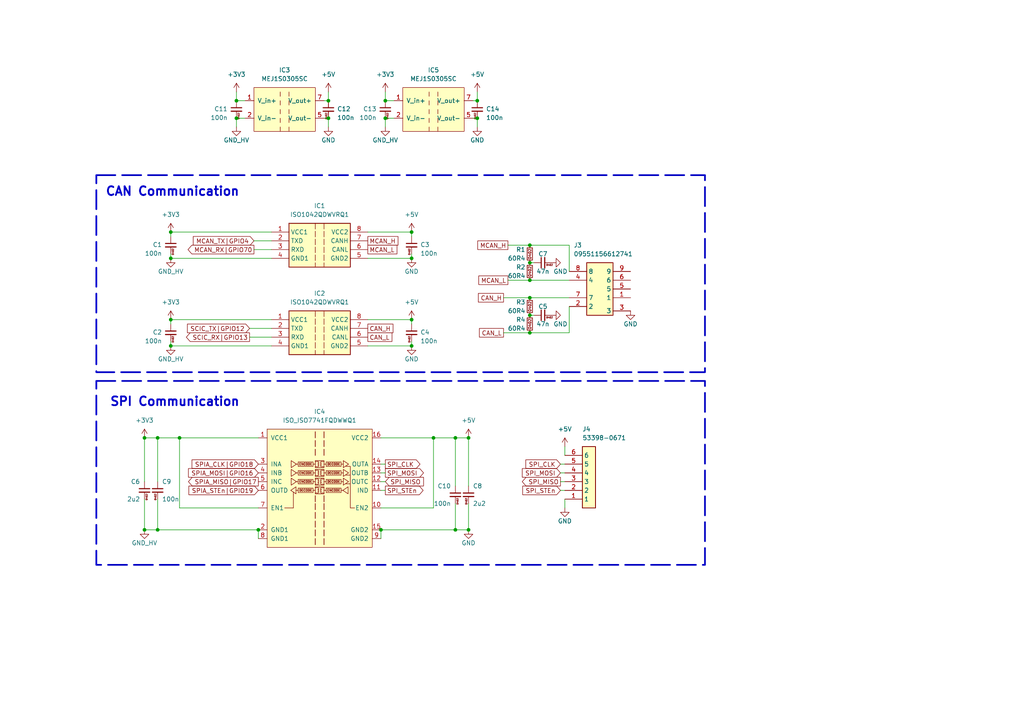
<source format=kicad_sch>
(kicad_sch (version 20230121) (generator eeschema)
  (paper "A4")
  (title_block (date "2024-04-30"))
  (lib_symbols
    (symbol "LEA_SymbolLibrary:+3V3" (power) (pin_numbers hide) (pin_names (offset 0))
      (property "Value" "+3V3" (at 0 3.81 0))
      (symbol "+3V3_1_1"
        (polyline (pts (xy -0.762 1.27) (xy 0 2.54)))
        (polyline (pts (xy 0 0) (xy 0 2.54)))
        (polyline (pts (xy 0 2.54) (xy 0.762 1.27)))
        (pin power_in line (at 0 0 90) (length 0) hide (name "+3V3") (number "1"))
      )
    )
    (symbol "LEA_SymbolLibrary:+5V" (power) (pin_numbers hide) (pin_names (offset 0))
      (property "Value" "+5V" (at 0 5.08 0))
      (symbol "+5V_1_1"
        (polyline (pts (xy -0.762 1.27) (xy 0 2.54)))
        (polyline (pts (xy 0 0) (xy 0 2.54)))
        (polyline (pts (xy 0 2.54) (xy 0.762 1.27)))
        (pin power_in line (at 0 0 90) (length 0) hide (name "+5V") (number "1"))
      )
    )
    (symbol "LEA_SymbolLibrary:C_0402_100n_X7R_10P__50V" (pin_numbers hide) (pin_names (offset 0.254) hide)
      (property "Reference" "C" (at 0.762 0.508 0))
      (property "Value" "100n" (at 0.762 -1.016 0))
      (symbol "C_0402_100n_X7R_10P__50V_0_0"
        (text "0402" (at -0.635 -1.905 900) (effects (font (size 0.5 0.5))))
      )
      (symbol "C_0402_100n_X7R_10P__50V_0_1"
        (polyline (pts (xy -1.524 -0.508) (xy 1.524 -0.508)) (stroke (width 0.3302)))
        (polyline (pts (xy -1.524 0.508) (xy 1.524 0.508)) (stroke (width 0.3048)))
      )
      (symbol "C_0402_100n_X7R_10P__50V_1_1"
        (pin passive line (at 0 2.54 270) (length 2.032) (name "1") (number "1"))
        (pin passive line (at 0 -2.54 90) (length 2.032) (name "2") (number "2"))
      )
    )
    (symbol "LEA_SymbolLibrary:C_0402_47n_X5R_10P_50V" (pin_numbers hide) (pin_names (offset 0.254) hide)
      (property "Reference" "C" (at 0.254 1.778 0))
      (property "Value" "47n" (at 0.254 -2.032 0))
      (symbol "C_0402_47n_X5R_10P_50V_0_0"
        (text "0402" (at -0.635 -1.905 900) (effects (font (size 0.5 0.5))))
      )
      (symbol "C_0402_47n_X5R_10P_50V_0_1"
        (polyline (pts (xy -1.524 -0.508) (xy 1.524 -0.508)) (stroke (width 0.3302)))
        (polyline (pts (xy -1.524 0.508) (xy 1.524 0.508)) (stroke (width 0.3048)))
      )
      (symbol "C_0402_47n_X5R_10P_50V_1_1"
        (pin passive line (at 0 2.54 270) (length 2.032) (name "1") (number "1"))
        (pin passive line (at 0 -2.54 90) (length 2.032) (name "2") (number "2"))
      )
    )
    (symbol "LEA_SymbolLibrary:C_0402__2u2_X5R_10P__35V" (pin_numbers hide) (pin_names (offset 0.254) hide)
      (property "Reference" "C" (at 0.762 0.508 0))
      (property "Value" "2u2" (at 0.762 -1.016 0))
      (symbol "C_0402__2u2_X5R_10P__35V_0_0"
        (text "0402" (at -0.635 -1.905 900) (effects (font (size 0.5 0.5))))
      )
      (symbol "C_0402__2u2_X5R_10P__35V_0_1"
        (polyline (pts (xy -1.524 -0.508) (xy 1.524 -0.508)) (stroke (width 0.3302)))
        (polyline (pts (xy -1.524 0.508) (xy 1.524 0.508)) (stroke (width 0.3048)))
      )
      (symbol "C_0402__2u2_X5R_10P__35V_1_1"
        (pin passive line (at 0 2.54 270) (length 2.032) (name "1") (number "1"))
        (pin passive line (at 0 -2.54 90) (length 2.032) (name "2") (number "2"))
      )
    )
    (symbol "LEA_SymbolLibrary:Conn_Molex_533980671"
      (property "Reference" "J" (at -6.35 13.97 0))
      (property "Value" "53398-0671" (at -6.35 11.43 0))
      (symbol "Conn_Molex_533980671_1_1"
        (rectangle (start -2.54 8.89) (end 1.27 -8.89) (stroke (width 0.254)) (fill (type background)))
        (pin passive line (at -7.62 -6.35 0) (length 5.08) (name "1") (number "1"))
        (pin passive line (at -7.62 -3.81 0) (length 5.08) (name "2") (number "2"))
        (pin passive line (at -7.62 -1.27 0) (length 5.08) (name "3") (number "3"))
        (pin passive line (at -7.62 1.27 0) (length 5.08) (name "4") (number "4"))
        (pin passive line (at -7.62 3.81 0) (length 5.08) (name "5") (number "5"))
        (pin passive line (at -7.62 6.35 0) (length 5.08) (name "6") (number "6"))
      )
    )
    (symbol "LEA_SymbolLibrary:Conn_sub-D_09551156612741"
      (property "Reference" "J" (at -7.62 12.7 0))
      (property "Value" "09551156612741" (at -7.62 10.16 0))
      (symbol "Conn_sub-D_09551156612741_1_1"
        (rectangle (start -3.81 7.62) (end 3.81 -7.62) (stroke (width 0.254)) (fill (type background)))
        (pin passive line (at 8.89 -2.54 180) (length 5.08) (name "1") (number "1"))
        (pin passive line (at -8.89 -5.08 0) (length 5.08) (name "2") (number "2"))
        (pin passive line (at 8.89 -6.35 180) (length 5.08) (name "3") (number "3"))
        (pin passive line (at -8.89 2.54 0) (length 5.08) (name "4") (number "4"))
        (pin passive line (at 8.89 0 180) (length 5.08) (name "5") (number "5"))
        (pin passive line (at 8.89 2.54 180) (length 5.08) (name "6") (number "6"))
        (pin passive line (at -8.89 -2.54 0) (length 5.08) (name "7") (number "7"))
        (pin passive line (at -8.89 5.08 0) (length 5.08) (name "8") (number "8"))
        (pin passive line (at 8.89 5.08 180) (length 5.08) (name "9") (number "9"))
      )
    )
    (symbol "LEA_SymbolLibrary:DCDC_3V3_5V0_MEJ1S0305SC" (pin_names (offset 1.016))
      (property "Reference" "IC" (at -7.62 8.89 0))
      (property "Value" "DCDC_3V3_5V0_MEJ1S0305SC" (at -2.54 -6.35 0))
      (symbol "DCDC_3V3_5V0_MEJ1S0305SC_1_1"
        (rectangle (start -8.89 7.62) (end 8.89 -5.08) (fill (type background)))
        (rectangle (start -1.27 -3.81) (end -1.27 -5.08))
        (rectangle (start -1.27 -1.27) (end -1.27 -2.54))
        (rectangle (start -1.27 1.27) (end -1.27 0))
        (rectangle (start -1.27 3.81) (end -1.27 2.54))
        (rectangle (start -1.27 6.35) (end -1.27 5.08))
        (rectangle (start 1.27 -3.81) (end 1.27 -5.08))
        (rectangle (start 1.27 -1.27) (end 1.27 -2.54))
        (rectangle (start 1.27 1.27) (end 1.27 0))
        (rectangle (start 1.27 3.81) (end 1.27 2.54))
        (rectangle (start 1.27 6.35) (end 1.27 5.08))
        (pin power_in line (at -11.43 3.81 0) (length 2.54) (name "V_in+") (number "1"))
        (pin power_in line (at -11.43 -1.27 0) (length 2.54) (name "V_in-") (number "2"))
        (pin power_out line (at 11.43 -1.27 180) (length 2.54) (name "V_out-") (number "5"))
        (pin power_out line (at 11.43 3.81 180) (length 2.54) (name "V_out+") (number "7"))
      )
    )
    (symbol "LEA_SymbolLibrary:GND" (power) (pin_numbers hide) (pin_names (offset 0))
      (property "Value" "GND" (at 0 -5.08 0))
      (symbol "GND_1_1"
        (polyline (pts (xy 0 0) (xy 0 -1.27) (xy 1.27 -1.27) (xy 0 -2.54) (xy -1.27 -1.27) (xy 0 -1.27)))
        (pin power_in line (at 0 0 90) (length 0) hide (name "GND") (number "1"))
      )
    )
    (symbol "LEA_SymbolLibrary:GND_HV" (power) (pin_numbers hide) (pin_names (offset 0))
      (property "Value" "GND_HV" (at 0 -3.81 0))
      (symbol "GND_HV_1_1"
        (polyline (pts (xy 0 0) (xy 0 -1.27) (xy 1.27 -1.27) (xy 0 -2.54) (xy -1.27 -1.27) (xy 0 -1.27)))
        (pin power_in line (at 0 0 90) (length 0) hide (name "GND_HV") (number "1"))
      )
    )
    (symbol "LEA_SymbolLibrary:ISO_ISO1042QDWVRQ1"
      (property "Reference" "IC" (at -8.89 11.43 0))
      (property "Value" "ISO1042QDWVRQ1" (at -8.89 8.89 0))
      (symbol "ISO_ISO1042QDWVRQ1_1_1"
        (rectangle (start -8.89 6.35) (end 8.89 -6.35) (stroke (width 0.254)) (fill (type background)))
        (polyline (pts (xy -1.27 6.35) (xy -1.27 -6.35)) (stroke (width 0) (type dash)))
        (polyline (pts (xy 1.27 6.35) (xy 1.27 -6.35)) (stroke (width 0) (type dash)))
        (pin passive line (at -13.97 3.81 0) (length 5.08) (name "VCC1") (number "1"))
        (pin passive line (at -13.97 1.27 0) (length 5.08) (name "TXD") (number "2"))
        (pin passive line (at -13.97 -1.27 0) (length 5.08) (name "RXD") (number "3"))
        (pin passive line (at -13.97 -3.81 0) (length 5.08) (name "GND1") (number "4"))
        (pin passive line (at 13.97 -3.81 180) (length 5.08) (name "GND2") (number "5"))
        (pin passive line (at 13.97 -1.27 180) (length 5.08) (name "CANL") (number "6"))
        (pin passive line (at 13.97 1.27 180) (length 5.08) (name "CANH") (number "7"))
        (pin passive line (at 13.97 3.81 180) (length 5.08) (name "VCC2") (number "8"))
      )
    )
    (symbol "LEA_SymbolLibrary:ISO_ISO7741FQDWWQ1" (pin_names (offset 1.016))
      (property "Reference" "IC" (at -14.224 15.24 0))
      (property "Value" "ISO_ISO7741FQDWWQ1" (at -6.858 -21.844 0))
      (symbol "ISO_ISO7741FQDWWQ1_0_1"
        (rectangle (start -15.24 13.97) (end 15.24 -20.32) (fill (type background)))
        (rectangle (start -10.16 -8.89) (end -7.62 -8.89))
        (rectangle (start -7.62 -8.89) (end -7.62 -5.08))
        (rectangle (start -7.62 -5.08) (end -7.62 -4.318))
        (polyline (pts (xy 10.16 -8.89) (xy 8.89 -8.89) (xy 8.89 -1.905) (xy 7.62 -1.905) (xy 8.89 -1.905) (xy 8.89 0.635) (xy 7.62 0.635) (xy 8.89 0.635) (xy 8.89 3.175) (xy 7.62 3.175)))
      )
      (symbol "ISO_ISO7741FQDWWQ1_1_1"
        (rectangle (start -1.905 -3.1496) (end -6.223 -4.4196))
        (rectangle (start -1.905 -0.635) (end -6.223 -1.905))
        (rectangle (start -1.905 1.905) (end -6.223 0.635))
        (rectangle (start -1.905 4.445) (end -6.223 3.175))
        (rectangle (start -1.27 -0.254) (end 1.27 -2.286))
        (rectangle (start -1.27 2.286) (end 1.27 0.254))
        (rectangle (start -1.27 4.826) (end 1.27 2.794))
        (arc (start -0.508 -4.5466) (mid -0.2551 -4.2926) (end -0.508 -4.0386))
        (arc (start -0.508 -4.0386) (mid -0.2551 -3.7846) (end -0.508 -3.5306))
        (arc (start -0.508 -3.5306) (mid -0.2551 -3.2766) (end -0.508 -3.0226))
        (arc (start -0.508 -2.032) (mid -0.2551 -1.778) (end -0.508 -1.524))
        (arc (start -0.508 -1.524) (mid -0.2551 -1.27) (end -0.508 -1.016))
        (arc (start -0.508 -1.016) (mid -0.2551 -0.762) (end -0.508 -0.508))
        (arc (start -0.508 0.508) (mid -0.2551 0.762) (end -0.508 1.016))
        (arc (start -0.508 1.016) (mid -0.2551 1.27) (end -0.508 1.524))
        (arc (start -0.508 1.524) (mid -0.2551 1.778) (end -0.508 2.032))
        (arc (start -0.508 3.048) (mid -0.2551 3.302) (end -0.508 3.556))
        (arc (start -0.508 3.556) (mid -0.2551 3.81) (end -0.508 4.064))
        (arc (start -0.508 4.064) (mid -0.2551 4.318) (end -0.508 4.572))
        (polyline (pts (xy -6.223 -3.7846) (xy -6.858 -3.7846)))
        (polyline (pts (xy -6.223 -1.27) (xy -6.858 -1.27)))
        (polyline (pts (xy -6.223 1.27) (xy -6.858 1.27)))
        (polyline (pts (xy -6.223 3.81) (xy -6.858 3.81)))
        (polyline (pts (xy -1.905 -3.7846) (xy -1.27 -3.7846)))
        (polyline (pts (xy -1.905 -1.27) (xy -1.27 -1.27)))
        (polyline (pts (xy -1.905 1.27) (xy -1.27 1.27)))
        (polyline (pts (xy -1.905 3.81) (xy -1.27 3.81)))
        (polyline (pts (xy -1.27 -4.5466) (xy -0.508 -4.5466)))
        (polyline (pts (xy -1.27 -3.0226) (xy -0.508 -3.0226)))
        (polyline (pts (xy -1.27 -2.032) (xy -0.508 -2.032)))
        (polyline (pts (xy -1.27 -0.508) (xy -0.508 -0.508)))
        (polyline (pts (xy -1.27 0.508) (xy -0.508 0.508)))
        (polyline (pts (xy -1.27 2.032) (xy -0.508 2.032)))
        (polyline (pts (xy -1.27 3.048) (xy -0.508 3.048)))
        (polyline (pts (xy -1.27 4.572) (xy -0.508 4.572)))
        (polyline (pts (xy 0 -22.098) (xy 0 -22.098)) (stroke (width 0.4064)))
        (polyline (pts (xy 0 -18.288) (xy 0 -18.288)) (stroke (width 0.1016)))
        (polyline (pts (xy 0 -17.018) (xy 0 -17.018)) (stroke (width 0.4064)))
        (polyline (pts (xy 0 -13.208) (xy 0 -13.208)) (stroke (width 0.1016)))
        (polyline (pts (xy 0 -11.938) (xy 0 -11.938)) (stroke (width 0.4064)))
        (polyline (pts (xy 0 -8.128) (xy 0 -8.128)) (stroke (width 0.1016)))
        (polyline (pts (xy 0 -7.112) (xy 0 -7.112)) (stroke (width 0.4064)))
        (polyline (pts (xy 0 -3.302) (xy 0 -3.302)) (stroke (width 0.1016)))
        (polyline (pts (xy 0 3.81) (xy 0 3.81)) (stroke (width 0.4064)))
        (polyline (pts (xy 0 7.62) (xy 0 7.62)) (stroke (width 0.1016)))
        (polyline (pts (xy 0 8.89) (xy 0 8.89)) (stroke (width 0.4064)))
        (polyline (pts (xy 0 12.7) (xy 0 12.7)) (stroke (width 0.1016)))
        (polyline (pts (xy 1.27 -4.5466) (xy 0.508 -4.5466)))
        (polyline (pts (xy 1.27 -3.0226) (xy 0.508 -3.0226)))
        (polyline (pts (xy 1.27 -2.032) (xy 0.508 -2.032)))
        (polyline (pts (xy 1.27 -0.508) (xy 0.508 -0.508)))
        (polyline (pts (xy 1.27 0.508) (xy 0.508 0.508)))
        (polyline (pts (xy 1.27 2.032) (xy 0.508 2.032)))
        (polyline (pts (xy 1.27 3.048) (xy 0.508 3.048)))
        (polyline (pts (xy 1.27 4.572) (xy 0.508 4.572)))
        (polyline (pts (xy 1.905 -3.7846) (xy 1.27 -3.7846)))
        (polyline (pts (xy 1.905 -1.27) (xy 1.27 -1.27)))
        (polyline (pts (xy 1.905 1.27) (xy 1.27 1.27)))
        (polyline (pts (xy 1.905 3.81) (xy 1.27 3.81)))
        (polyline (pts (xy 6.223 -3.7846) (xy 6.858 -3.7846)))
        (polyline (pts (xy 6.223 -1.27) (xy 6.858 -1.27)))
        (polyline (pts (xy 6.223 1.27) (xy 6.858 1.27)))
        (polyline (pts (xy 6.223 3.81) (xy 6.858 3.81)))
        (polyline (pts (xy -1.27 -17.78) (xy -1.27 -19.304) (xy -1.27 -19.558)) (stroke (width 0.2032)))
        (polyline (pts (xy -1.27 -15.24) (xy -1.27 -16.764) (xy -1.27 -17.018)) (stroke (width 0.2032)))
        (polyline (pts (xy -1.27 -12.7) (xy -1.27 -14.224) (xy -1.27 -14.478)) (stroke (width 0.2032)))
        (polyline (pts (xy -1.27 -10.16) (xy -1.27 -11.684) (xy -1.27 -11.938)) (stroke (width 0.2032)))
        (polyline (pts (xy -1.27 -7.62) (xy -1.27 -9.144) (xy -1.27 -9.398)) (stroke (width 0.2032)))
        (polyline (pts (xy -1.27 -5.334) (xy -1.27 -6.858) (xy -1.27 -7.112)) (stroke (width 0.2032)))
        (polyline (pts (xy -1.27 8.128) (xy -1.27 6.604) (xy -1.27 6.35)) (stroke (width 0.2032)))
        (polyline (pts (xy -1.27 10.668) (xy -1.27 9.144) (xy -1.27 8.89)) (stroke (width 0.2032)))
        (polyline (pts (xy -1.27 13.208) (xy -1.27 11.684) (xy -1.27 11.43)) (stroke (width 0.2032)))
        (polyline (pts (xy 1.27 -17.78) (xy 1.27 -19.304) (xy 1.27 -19.558)) (stroke (width 0.2032)))
        (polyline (pts (xy 1.27 -15.24) (xy 1.27 -16.764) (xy 1.27 -17.018)) (stroke (width 0.2032)))
        (polyline (pts (xy 1.27 -12.7) (xy 1.27 -14.224) (xy 1.27 -14.478)) (stroke (width 0.2032)))
        (polyline (pts (xy 1.27 -10.16) (xy 1.27 -11.684) (xy 1.27 -11.938)) (stroke (width 0.2032)))
        (polyline (pts (xy 1.27 -7.62) (xy 1.27 -9.144) (xy 1.27 -9.398)) (stroke (width 0.2032)))
        (polyline (pts (xy 1.27 -5.334) (xy 1.27 -6.858) (xy 1.27 -7.112)) (stroke (width 0.2032)))
        (polyline (pts (xy 1.27 8.128) (xy 1.27 6.604) (xy 1.27 6.35)) (stroke (width 0.2032)))
        (polyline (pts (xy 1.27 10.668) (xy 1.27 9.144) (xy 1.27 8.89)) (stroke (width 0.2032)))
        (polyline (pts (xy 1.27 13.208) (xy 1.27 11.684) (xy 1.27 11.43)) (stroke (width 0.2032)))
        (polyline (pts (xy -8.382 -3.7846) (xy -6.858 -2.7686) (xy -6.858 -4.8006) (xy -8.382 -3.7846)))
        (polyline (pts (xy -6.731 -1.27) (xy -8.255 -0.254) (xy -8.255 -2.286) (xy -6.731 -1.27)))
        (polyline (pts (xy -6.731 1.27) (xy -8.255 2.286) (xy -8.255 0.254) (xy -6.731 1.27)))
        (polyline (pts (xy -6.731 3.81) (xy -8.255 4.826) (xy -8.255 2.794) (xy -6.731 3.81)))
        (polyline (pts (xy 6.731 -3.7846) (xy 8.255 -2.7686) (xy 8.255 -4.8006) (xy 6.731 -3.7846)))
        (polyline (pts (xy 8.382 -1.27) (xy 6.858 -0.254) (xy 6.858 -2.286) (xy 8.382 -1.27)))
        (polyline (pts (xy 8.382 1.27) (xy 6.858 2.286) (xy 6.858 0.254) (xy 8.382 1.27)))
        (polyline (pts (xy 8.382 3.81) (xy 6.858 4.826) (xy 6.858 2.794) (xy 8.382 3.81)))
        (arc (start 0.508 -4.0386) (mid 0.2551 -4.2926) (end 0.508 -4.5466))
        (arc (start 0.508 -3.5306) (mid 0.2551 -3.7846) (end 0.508 -4.0386))
        (arc (start 0.508 -3.0226) (mid 0.2551 -3.2766) (end 0.508 -3.5306))
        (arc (start 0.508 -1.524) (mid 0.2551 -1.778) (end 0.508 -2.032))
        (arc (start 0.508 -1.016) (mid 0.2551 -1.27) (end 0.508 -1.524))
        (arc (start 0.508 -0.508) (mid 0.2551 -0.762) (end 0.508 -1.016))
        (arc (start 0.508 1.016) (mid 0.2551 0.762) (end 0.508 0.508))
        (arc (start 0.508 1.524) (mid 0.2551 1.27) (end 0.508 1.016))
        (arc (start 0.508 2.032) (mid 0.2551 1.778) (end 0.508 1.524))
        (arc (start 0.508 3.556) (mid 0.2551 3.302) (end 0.508 3.048))
        (arc (start 0.508 4.064) (mid 0.2551 3.81) (end 0.508 3.556))
        (arc (start 0.508 4.572) (mid 0.2551 4.318) (end 0.508 4.064))
        (rectangle (start 1.27 -2.7686) (end -1.27 -4.8006))
        (rectangle (start 1.905 -3.1496) (end 6.223 -4.4196))
        (rectangle (start 1.905 -0.635) (end 6.223 -1.905))
        (rectangle (start 1.905 1.905) (end 6.223 0.635))
        (rectangle (start 1.905 4.445) (end 6.223 3.175))
        (text "DECODE" (at -4.064 -3.7846 0) (effects (font (size 0.635 0.635))))
        (text "DECODE" (at 4.064 -1.27 0) (effects (font (size 0.635 0.635))))
        (text "DECODE" (at 4.064 1.27 0) (effects (font (size 0.635 0.635))))
        (text "DECODE" (at 4.064 3.81 0) (effects (font (size 0.635 0.635))))
        (text "ENCODE" (at -4.064 -1.27 0) (effects (font (size 0.635 0.635))))
        (text "ENCODE" (at -4.064 1.27 0) (effects (font (size 0.635 0.635))))
        (text "ENCODE" (at -4.064 3.81 0) (effects (font (size 0.635 0.635))))
        (text "ENCODE" (at 4.064 -3.7846 0) (effects (font (size 0.635 0.635))))
        (pin power_in line (at -17.78 11.43 0) (length 2.54) (name "VCC1") (number "1"))
        (pin passive line (at 17.78 -8.89 180) (length 2.54) (name "EN2") (number "10"))
        (pin input line (at 17.78 -3.81 180) (length 2.54) (name "IND") (number "11"))
        (pin output line (at 17.78 -1.27 180) (length 2.54) (name "OUTC") (number "12"))
        (pin output line (at 17.78 1.27 180) (length 2.54) (name "OUTB") (number "13"))
        (pin output line (at 17.78 3.81 180) (length 2.54) (name "OUTA") (number "14"))
        (pin power_in line (at 17.78 -15.24 180) (length 2.54) (name "GND2") (number "15"))
        (pin power_in line (at 17.78 11.43 180) (length 2.54) (name "VCC2") (number "16"))
        (pin power_in line (at -17.78 -15.24 0) (length 2.54) (name "GND1") (number "2"))
        (pin input line (at -17.78 3.81 0) (length 2.54) (name "INA") (number "3"))
        (pin input line (at -17.78 1.27 0) (length 2.54) (name "INB") (number "4"))
        (pin input line (at -17.78 -1.27 0) (length 2.54) (name "INC") (number "5"))
        (pin output line (at -17.78 -3.81 0) (length 2.54) (name "OUTD") (number "6"))
        (pin passive line (at -17.78 -8.89 0) (length 2.54) (name "EN1") (number "7"))
        (pin power_in line (at -17.78 -17.78 0) (length 2.54) (name "GND1") (number "8"))
        (pin power_in line (at 17.78 -17.78 180) (length 2.54) (name "GND2") (number "9"))
      )
    )
    (symbol "LEA_SymbolLibrary:R_0402_60R4_THICK_0.5P_50V" (pin_numbers hide) (pin_names (offset 0.254) hide)
      (property "Reference" "R" (at 1.27 1.27 0))
      (property "Value" "60R4" (at 1.27 -1.27 0))
      (symbol "R_0402_60R4_THICK_0.5P_50V_0_0"
        (text "0402" (at 0 0 900) (effects (font (size 0.8 0.8))))
      )
      (symbol "R_0402_60R4_THICK_0.5P_50V_0_1"
        (rectangle (start -0.762 1.778) (end 0.762 -1.778) (stroke (width 0.2032)))
      )
      (symbol "R_0402_60R4_THICK_0.5P_50V_1_1"
        (pin passive line (at 0 2.54 270) (length 0.762) (name "~") (number "1"))
        (pin passive line (at 0 -2.54 90) (length 0.762) (name "~") (number "2"))
      )
    )
  )
  (junction (at 138.43 34.29))
  (junction (at 45.72 127))
  (junction (at 132.08 127))
  (junction (at 153.67 76.2))
  (junction (at 119.38 74.93))
  (junction (at 153.67 91.44))
  (junction (at 68.58 29.21))
  (junction (at 119.38 92.71))
  (junction (at 125.73 127))
  (junction (at 68.58 34.29))
  (junction (at 49.53 92.71))
  (junction (at 95.25 34.29))
  (junction (at 135.89 127))
  (junction (at 135.89 153.67))
  (junction (at 153.67 86.36))
  (junction (at 132.08 153.67))
  (junction (at 41.91 153.67))
  (junction (at 119.38 100.33))
  (junction (at 49.53 100.33))
  (junction (at 49.53 67.31))
  (junction (at 110.49 153.67))
  (junction (at 74.93 153.67))
  (junction (at 153.67 96.52))
  (junction (at 52.07 127))
  (junction (at 153.67 71.12))
  (junction (at 49.53 74.93))
  (junction (at 95.25 29.21))
  (junction (at 41.91 127))
  (junction (at 45.72 153.67))
  (junction (at 138.43 29.21))
  (junction (at 119.38 67.31))
  (junction (at 111.76 34.29))
  (junction (at 111.76 29.21))
  (junction (at 153.67 81.28))
  (wire (pts (xy 68.58 29.21) (xy 71.12 29.21)))
  (wire (pts (xy 111.76 29.21) (xy 114.3 29.21)))
  (wire (pts (xy 125.73 127) (xy 125.73 147.32)))
  (wire (pts (xy 119.38 92.71) (xy 119.38 93.98)))
  (wire (pts (xy 45.72 153.67) (xy 74.93 153.67)))
  (wire (pts (xy 132.08 146.05) (xy 132.08 153.67)))
  (wire (pts (xy 49.53 92.71) (xy 78.74 92.71)))
  (wire (pts (xy 95.25 26.67) (xy 95.25 29.21)))
  (wire (pts (xy 106.68 67.31) (xy 119.38 67.31)))
  (wire (pts (xy 52.07 127) (xy 74.93 127)))
  (wire (pts (xy 137.16 34.29) (xy 138.43 34.29)))
  (wire (pts (xy 41.91 127) (xy 45.72 127)))
  (wire (pts (xy 110.49 156.21) (xy 110.49 153.67)))
  (wire (pts (xy 111.76 134.62) (xy 110.49 134.62)))
  (wire (pts (xy 147.32 81.28) (xy 153.67 81.28)))
  (wire (pts (xy 49.53 74.93) (xy 78.74 74.93)))
  (wire (pts (xy 72.39 95.25) (xy 78.74 95.25)))
  (wire (pts (xy 72.39 97.79) (xy 78.74 97.79)))
  (wire (pts (xy 45.72 127) (xy 52.07 127)))
  (wire (pts (xy 132.08 153.67) (xy 135.89 153.67)))
  (wire (pts (xy 68.58 36.83) (xy 68.58 34.29)))
  (wire (pts (xy 153.67 96.52) (xy 165.1 96.52)))
  (wire (pts (xy 110.49 147.32) (xy 125.73 147.32)))
  (wire (pts (xy 110.49 127) (xy 125.73 127)))
  (wire (pts (xy 165.1 88.9) (xy 165.1 96.52)))
  (wire (pts (xy 68.58 34.29) (xy 71.12 34.29)))
  (wire (pts (xy 147.32 71.12) (xy 153.67 71.12)))
  (wire (pts (xy 49.53 67.31) (xy 78.74 67.31)))
  (wire (pts (xy 111.76 34.29) (xy 114.3 34.29)))
  (wire (pts (xy 119.38 99.06) (xy 119.38 100.33)))
  (wire (pts (xy 119.38 74.93) (xy 106.68 74.93)))
  (wire (pts (xy 146.05 96.52) (xy 153.67 96.52)))
  (wire (pts (xy 49.53 93.98) (xy 49.53 92.71)))
  (wire (pts (xy 125.73 127) (xy 132.08 127)))
  (wire (pts (xy 153.67 91.44) (xy 154.94 91.44)))
  (wire (pts (xy 163.83 147.32) (xy 163.83 144.78)))
  (wire (pts (xy 49.53 100.33) (xy 78.74 100.33)))
  (wire (pts (xy 162.56 139.7) (xy 163.83 139.7)))
  (wire (pts (xy 138.43 34.29) (xy 138.43 36.83)))
  (wire (pts (xy 119.38 100.33) (xy 106.68 100.33)))
  (wire (pts (xy 132.08 127) (xy 135.89 127)))
  (wire (pts (xy 132.08 127) (xy 132.08 140.97)))
  (wire (pts (xy 74.93 147.32) (xy 52.07 147.32)))
  (wire (pts (xy 138.43 26.67) (xy 138.43 29.21)))
  (wire (pts (xy 95.25 34.29) (xy 95.25 36.83)))
  (wire (pts (xy 49.53 68.58) (xy 49.53 67.31)))
  (wire (pts (xy 49.53 73.66) (xy 49.53 74.93)))
  (wire (pts (xy 153.67 71.12) (xy 165.1 71.12)))
  (wire (pts (xy 111.76 26.67) (xy 111.76 29.21)))
  (wire (pts (xy 41.91 153.67) (xy 45.72 153.67)))
  (wire (pts (xy 146.05 86.36) (xy 153.67 86.36)))
  (wire (pts (xy 162.56 142.24) (xy 163.83 142.24)))
  (wire (pts (xy 153.67 76.2) (xy 154.94 76.2)))
  (wire (pts (xy 111.76 142.24) (xy 110.49 142.24)))
  (wire (pts (xy 162.56 137.16) (xy 163.83 137.16)))
  (wire (pts (xy 45.72 144.78) (xy 45.72 153.67)))
  (wire (pts (xy 135.89 153.67) (xy 135.89 146.05)))
  (wire (pts (xy 95.25 29.21) (xy 93.98 29.21)))
  (wire (pts (xy 135.89 140.97) (xy 135.89 127)))
  (wire (pts (xy 49.53 99.06) (xy 49.53 100.33)))
  (wire (pts (xy 162.56 134.62) (xy 163.83 134.62)))
  (wire (pts (xy 153.67 86.36) (xy 165.1 86.36)))
  (wire (pts (xy 138.43 29.21) (xy 137.16 29.21)))
  (wire (pts (xy 93.98 34.29) (xy 95.25 34.29)))
  (wire (pts (xy 106.68 92.71) (xy 119.38 92.71)))
  (wire (pts (xy 73.66 72.39) (xy 78.74 72.39)))
  (wire (pts (xy 111.76 139.7) (xy 110.49 139.7)))
  (wire (pts (xy 110.49 153.67) (xy 132.08 153.67)))
  (wire (pts (xy 52.07 127) (xy 52.07 147.32)))
  (wire (pts (xy 163.83 129.54) (xy 163.83 132.08)))
  (wire (pts (xy 119.38 73.66) (xy 119.38 74.93)))
  (wire (pts (xy 74.93 156.21) (xy 74.93 153.67)))
  (wire (pts (xy 73.66 69.85) (xy 78.74 69.85)))
  (wire (pts (xy 153.67 81.28) (xy 165.1 81.28)))
  (wire (pts (xy 41.91 153.67) (xy 41.91 144.78)))
  (wire (pts (xy 119.38 67.31) (xy 119.38 68.58)))
  (wire (pts (xy 45.72 139.7) (xy 45.72 127)))
  (wire (pts (xy 165.1 71.12) (xy 165.1 78.74)))
  (wire (pts (xy 111.76 137.16) (xy 110.49 137.16)))
  (wire (pts (xy 41.91 139.7) (xy 41.91 127)))
  (wire (pts (xy 68.58 26.67) (xy 68.58 29.21)))
  (wire (pts (xy 111.76 36.83) (xy 111.76 34.29)))
  (rectangle (start 27.94 110.49) (end 204.47 163.83) (stroke (width 0.5) (type dash)))
  (rectangle (start 27.94 50.8) (end 204.47 107.95) (stroke (width 0.5) (type dash)))
  (text "CAN Communication\n" (at 30.48 57.15 0) (effects (font (size 2.54 2.54) (thickness 0.508) bold) (justify left bottom)))
  (text "SPI Communication\n" (at 31.75 118.11 0) (effects (font (size 2.54 2.54) (thickness 0.508) bold) (justify left bottom)))
  (global_label "CAN_H" (shape passive) (at 146.05 86.36 180) (property "Intersheetrefs" "${INTERSHEET_REFS}" (effects hide)))
  (global_label "SCIC_TX|GPIO12" (shape input) (at 72.39 95.25 180) (property "Intersheetrefs" "${INTERSHEET_REFS}" (effects hide)))
  (global_label "SPI_MISO" (shape input) (at 111.76 139.7 0) (property "Intersheetrefs" "${INTERSHEET_REFS}" (effects hide)))
  (global_label "MCAN_RX|GPIO70" (shape output) (at 73.66 72.39 180) (property "Intersheetrefs" "${INTERSHEET_REFS}" (effects hide)))
  (global_label "SPIA_MISO|GPIO17" (shape output) (at 74.93 139.7 180) (property "Intersheetrefs" "${INTERSHEET_REFS}" (effects hide)))
  (global_label "SCIC_RX|GPIO13" (shape output) (at 72.39 97.79 180) (property "Intersheetrefs" "${INTERSHEET_REFS}" (effects hide)))
  (global_label "MCAN_H" (shape passive) (at 147.32 71.12 180) (property "Intersheetrefs" "${INTERSHEET_REFS}" (effects hide)))
  (global_label "CAN_L" (shape passive) (at 106.68 97.79 0) (property "Intersheetrefs" "${INTERSHEET_REFS}" (effects hide)))
  (global_label "CAN_L" (shape passive) (at 146.05 96.52 180) (property "Intersheetrefs" "${INTERSHEET_REFS}" (effects hide)))
  (global_label "MCAN_L" (shape passive) (at 147.32 81.28 180) (property "Intersheetrefs" "${INTERSHEET_REFS}" (effects hide)))
  (global_label "CAN_H" (shape passive) (at 106.68 95.25 0) (property "Intersheetrefs" "${INTERSHEET_REFS}" (effects hide)))
  (global_label "SPIA_CLK|GPIO18" (shape input) (at 74.93 134.62 180) (property "Intersheetrefs" "${INTERSHEET_REFS}" (effects hide)))
  (global_label "SPIA_MOSI|GPIO16" (shape input) (at 74.93 137.16 180) (property "Intersheetrefs" "${INTERSHEET_REFS}" (effects hide)))
  (global_label "MCAN_TX|GPIO4" (shape input) (at 73.66 69.85 180) (property "Intersheetrefs" "${INTERSHEET_REFS}" (effects hide)))
  (global_label "SPI_STEn" (shape input) (at 162.56 142.24 180) (property "Intersheetrefs" "${INTERSHEET_REFS}" (effects hide)))
  (global_label "SPIA_STEn|GPIO19" (shape input) (at 74.93 142.24 180) (property "Intersheetrefs" "${INTERSHEET_REFS}" (effects hide)))
  (global_label "SPI_MOSI" (shape input) (at 162.56 137.16 180) (property "Intersheetrefs" "${INTERSHEET_REFS}" (effects hide)))
  (global_label "SPI_CLK" (shape input) (at 162.56 134.62 180) (property "Intersheetrefs" "${INTERSHEET_REFS}" (effects hide)))
  (global_label "MCAN_H" (shape passive) (at 106.68 69.85 0) (property "Intersheetrefs" "${INTERSHEET_REFS}" (effects hide)))
  (global_label "SPI_CLK" (shape output) (at 111.76 134.62 0) (property "Intersheetrefs" "${INTERSHEET_REFS}" (effects hide)))
  (global_label "SPI_STEn" (shape output) (at 111.76 142.24 0) (property "Intersheetrefs" "${INTERSHEET_REFS}" (effects hide)))
  (global_label "SPI_MISO" (shape output) (at 162.56 139.7 180) (property "Intersheetrefs" "${INTERSHEET_REFS}" (effects hide)))
  (global_label "SPI_MOSI" (shape output) (at 111.76 137.16 0) (property "Intersheetrefs" "${INTERSHEET_REFS}" (effects hide)))
  (global_label "MCAN_L" (shape passive) (at 106.68 72.39 0) (property "Intersheetrefs" "${INTERSHEET_REFS}" (effects hide)))
  (symbol (lib_id "LEA_SymbolLibrary:+3V3") (at 49.53 67.31 0) (unit 1)
    (property "Reference" "#PWR018" (effects hide))
    (property "Value" "+3V3" (at 49.53 62.23 0))
  )
  (symbol (lib_id "LEA_SymbolLibrary:GND") (at 119.38 74.93 0) (unit 1)
    (property "Reference" "#PWR013" (effects hide))
    (property "Value" "GND" (at 119.38 78.74 0))
  )
  (symbol (lib_id "LEA_SymbolLibrary:C_0402__2u2_X5R_10P__35V") (at 135.89 143.51 0) (unit 1)
    (property "Reference" "C8" (at 137.16 140.97 0) (effects (justify left)))
    (property "Value" "2u2" (at 137.16 146.05 0) (effects (justify left)))
    (property "Footprint" "LEA_FootprintLibrary:C_0402" (effects hide))
    (property "manf#" "C1005X5R1V225K" (effects hide))
    (property "Manufacturer" "TDK" (effects hide))
    (property "mouser#" "810-C1005X5R1V225K" (effects hide))
  )
  (symbol (lib_id "LEA_SymbolLibrary:C_0402_100n_X7R_10P__50V") (at 45.72 142.24 0) (unit 1)
    (property "Reference" "C9" (at 46.99 139.7 0) (effects (justify left)))
    (property "Value" "100n" (at 46.99 144.78 0) (effects (justify left)))
    (property "Footprint" "LEA_FootprintLibrary:C_0402" (effects hide))
    (property "manf#" "C1005X7R1H104K" (effects hide))
    (property "Manufacturer" "TDK" (effects hide))
    (property "mouser#" "810-C1005X7R1H104K" (effects hide))
  )
  (symbol (lib_id "LEA_SymbolLibrary:C_0402_100n_X7R_10P__50V") (at 119.38 96.52 0) (unit 1)
    (property "Reference" "C4" (at 121.92 96.3704 0) (effects (justify left)))
    (property "Value" "100n" (at 121.92 98.9104 0) (effects (justify left)))
    (property "Footprint" "LEA_FootprintLibrary:C_0402" (effects hide))
    (property "manf#" "C1005X7R1H104K" (effects hide))
    (property "Manufacturer" "TDK" (effects hide))
    (property "mouser#" "810-C1005X7R1H104K" (effects hide))
  )
  (symbol (lib_id "LEA_SymbolLibrary:C_0402_100n_X7R_10P__50V") (at 111.76 31.75 0) (mirror y) (unit 1)
    (property "Reference" "C13" (at 109.22 31.6004 0) (effects (justify left)))
    (property "Value" "100n" (at 109.22 34.1404 0) (effects (justify left)))
    (property "Footprint" "LEA_FootprintLibrary:C_0402" (effects hide))
    (property "manf#" "C1005X7R1H104K" (effects hide))
    (property "Manufacturer" "TDK" (effects hide))
    (property "mouser#" "810-C1005X7R1H104K" (effects hide))
  )
  (symbol (lib_id "LEA_SymbolLibrary:C_0402_100n_X7R_10P__50V") (at 68.58 31.75 0) (mirror y) (unit 1)
    (property "Reference" "C11" (at 66.04 31.6004 0) (effects (justify left)))
    (property "Value" "100n" (at 66.04 34.1404 0) (effects (justify left)))
    (property "Footprint" "LEA_FootprintLibrary:C_0402" (effects hide))
    (property "manf#" "C1005X7R1H104K" (effects hide))
    (property "Manufacturer" "TDK" (effects hide))
    (property "mouser#" "810-C1005X7R1H104K" (effects hide))
  )
  (symbol (lib_id "LEA_SymbolLibrary:+3V3") (at 49.53 92.71 0) (unit 1)
    (property "Reference" "#PWR017" (effects hide))
    (property "Value" "+3V3" (at 49.53 87.63 0))
  )
  (symbol (lib_id "LEA_SymbolLibrary:C_0402_47n_X5R_10P_50V") (at 157.48 91.44 90) (unit 1)
    (property "Reference" "C5" (at 157.48 88.9 90))
    (property "Value" "47n" (at 157.48 93.98 90))
    (property "Footprint" "LEA_FootprintLibrary:C_0402" (effects hide))
    (property "Datasheet" "https://eu.mouser.com/datasheet/2/281/1/GRM155R61H473KE14_01A-1983897.pdf" (effects hide))
    (property "manf#" "GRM155R61H473KE14D" (effects hide))
    (property "Manufacturer" "Murata Electronics" (effects hide))
    (property "mouser#" "81-GRM155R61H473KE4D" (effects hide))
  )
  (symbol (lib_id "LEA_SymbolLibrary:Conn_Molex_533980671") (at 171.45 138.43 0) (unit 1)
    (property "Reference" "J4" (at 168.91 124.46 0) (effects (justify left)))
    (property "Value" "53398-0671" (at 168.91 127 0) (effects (justify left)))
    (property "Footprint" "LEA_FootprintLibrary:Conn_Molex_533980671" (effects hide))
    (property "Datasheet" "https://www.mouser.co.uk/datasheet/2/276/0533980671_PCB_HEADERS-256970.pdf" (effects hide))
    (property "mouser#" "538-53398-0671" (effects hide))
    (property "Manufacturer" "Molex" (effects hide))
    (property "manf#" "53398-0671" (effects hide))
  )
  (symbol (lib_id "LEA_SymbolLibrary:GND") (at 160.02 91.44 90) (unit 1)
    (property "Reference" "#PWR07" (effects hide))
    (property "Value" "GND" (at 162.56 93.98 90))
  )
  (symbol (lib_id "LEA_SymbolLibrary:GND") (at 160.02 76.2 90) (unit 1)
    (property "Reference" "#PWR03" (effects hide))
    (property "Value" "GND" (at 162.56 78.74 90))
  )
  (symbol (lib_id "LEA_SymbolLibrary:C_0402_100n_X7R_10P__50V") (at 49.53 71.12 0) (mirror y) (unit 1)
    (property "Reference" "C1" (at 46.99 70.9704 0) (effects (justify left)))
    (property "Value" "100n" (at 46.99 73.5104 0) (effects (justify left)))
    (property "Footprint" "LEA_FootprintLibrary:C_0402" (effects hide))
    (property "manf#" "C1005X7R1H104K" (effects hide))
    (property "Manufacturer" "TDK" (effects hide))
    (property "mouser#" "810-C1005X7R1H104K" (effects hide))
  )
  (symbol (lib_id "LEA_SymbolLibrary:GND_HV") (at 111.76 36.83 0) (unit 1)
    (property "Reference" "#PWR025" (effects hide))
    (property "Value" "GND_HV" (at 111.76 40.64 0))
  )
  (symbol (lib_id "LEA_SymbolLibrary:+3V3") (at 68.58 26.67 0) (unit 1)
    (property "Reference" "#PWR02" (effects hide))
    (property "Value" "+3V3" (at 68.58 21.59 0))
  )
  (symbol (lib_id "LEA_SymbolLibrary:C_0402_100n_X7R_10P__50V") (at 132.08 143.51 0) (mirror y) (unit 1)
    (property "Reference" "C10" (at 130.81 140.97 0) (effects (justify left)))
    (property "Value" "100n" (at 130.81 146.05 0) (effects (justify left)))
    (property "Footprint" "LEA_FootprintLibrary:C_0402" (effects hide))
    (property "manf#" "C1005X7R1H104K" (effects hide))
    (property "Manufacturer" "TDK" (effects hide))
    (property "mouser#" "810-C1005X7R1H104K" (effects hide))
  )
  (symbol (lib_id "LEA_SymbolLibrary:R_0402_60R4_THICK_0.5P_50V") (at 153.67 73.66 0) (mirror y) (unit 1)
    (property "Reference" "R1" (at 152.4 72.39 0) (effects (justify left)))
    (property "Value" "60R4" (at 152.4 74.93 0) (effects (justify left)))
    (property "Footprint" "LEA_FootprintLibrary:R_0402" (effects hide))
    (property "Datasheet" "https://www.mouser.de/datasheet/2/315/AOA0000C331-1141874.pdf" (effects hide))
    (property "manf#" "ERJ-PA2D60R4X" (effects hide))
    (property "mouser#" "667-ERJ-PA2D60R4X" (effects hide))
    (property "Manufacturer" "Panasonic" (effects hide))
  )
  (symbol (lib_id "LEA_SymbolLibrary:ISO_ISO1042QDWVRQ1") (at 92.71 71.12 0) (unit 1)
    (property "Reference" "IC1" (at 92.71 59.69 0))
    (property "Value" "ISO1042QDWVRQ1" (at 92.71 62.23 0))
    (property "Footprint" "LEA_FootprintLibrary:SOIC127P1150X280-8N" (effects hide))
    (property "Datasheet" "http://www.ti.com/lit/gpn/ISO1042-Q1" (effects hide))
    (property "mouser#" "595-ISO1042QDWVRQ1" (effects hide))
    (property "Manufacturer" "Texas Instruments" (effects hide))
    (property "manf#" "ISO1042QDWVRQ1" (effects hide))
  )
  (symbol (lib_id "LEA_SymbolLibrary:GND") (at 119.38 100.33 0) (unit 1)
    (property "Reference" "#PWR014" (effects hide))
    (property "Value" "GND" (at 119.38 104.14 0))
  )
  (symbol (lib_id "LEA_SymbolLibrary:GND_HV") (at 49.53 100.33 0) (unit 1)
    (property "Reference" "#PWR016" (effects hide))
    (property "Value" "GND_HV" (at 49.53 104.14 0))
  )
  (symbol (lib_id "LEA_SymbolLibrary:GND_HV") (at 68.58 36.83 0) (unit 1)
    (property "Reference" "#PWR04" (effects hide))
    (property "Value" "GND_HV" (at 68.58 40.64 0))
  )
  (symbol (lib_id "LEA_SymbolLibrary:+5V") (at 163.83 129.54 0) (unit 1)
    (property "Reference" "#PWR022" (effects hide))
    (property "Value" "+5V" (at 163.83 124.46 0))
  )
  (symbol (lib_id "LEA_SymbolLibrary:GND") (at 135.89 153.67 0) (unit 1)
    (property "Reference" "#PWR012" (effects hide))
    (property "Value" "GND" (at 135.89 157.48 0))
  )
  (symbol (lib_id "LEA_SymbolLibrary:DCDC_3V3_5V0_MEJ1S0305SC") (at 82.55 33.02 0) (unit 1)
    (property "Reference" "IC3" (at 82.55 20.32 0))
    (property "Value" "MEJ1S0305SC" (at 82.55 22.86 0))
    (property "Footprint" "LEA_FootprintLibrary:SIP-7_Murata_MEJ1S0305SC" (effects hide))
    (property "Datasheet" "https://www.murata.com/products/productdata/8807029768222/kdc-mej1.pdf?1620963016000" (effects hide))
    (property "Manufacturer" "Murata" (effects hide))
    (property "mouser#" "580-MEJ1S0305SC" (effects hide))
    (property "manf#" "MEJ1S0305SC" (effects hide))
  )
  (symbol (lib_id "LEA_SymbolLibrary:+5V") (at 119.38 67.31 0) (unit 1)
    (property "Reference" "#PWR019" (effects hide))
    (property "Value" "+5V" (at 119.38 62.23 0))
  )
  (symbol (lib_id "LEA_SymbolLibrary:ISO_ISO1042QDWVRQ1") (at 92.71 96.52 0) (unit 1)
    (property "Reference" "IC2" (at 92.71 85.09 0))
    (property "Value" "ISO1042QDWVRQ1" (at 92.71 87.63 0))
    (property "Footprint" "LEA_FootprintLibrary:SOIC127P1150X280-8N" (effects hide))
    (property "Datasheet" "http://www.ti.com/lit/gpn/ISO1042-Q1" (effects hide))
    (property "mouser#" "595-ISO1042QDWVRQ1" (effects hide))
    (property "Manufacturer" "Texas Instruments" (effects hide))
    (property "manf#" "ISO1042QDWVRQ1" (effects hide))
  )
  (symbol (lib_id "LEA_SymbolLibrary:GND") (at 163.83 147.32 0) (unit 1)
    (property "Reference" "#PWR023" (effects hide))
    (property "Value" "GND" (at 163.83 151.13 0))
  )
  (symbol (lib_id "LEA_SymbolLibrary:C_0402_100n_X7R_10P__50V") (at 49.53 96.52 0) (mirror y) (unit 1)
    (property "Reference" "C2" (at 46.99 96.3704 0) (effects (justify left)))
    (property "Value" "100n" (at 46.99 98.9104 0) (effects (justify left)))
    (property "Footprint" "LEA_FootprintLibrary:C_0402" (effects hide))
    (property "manf#" "C1005X7R1H104K" (effects hide))
    (property "Manufacturer" "TDK" (effects hide))
    (property "mouser#" "810-C1005X7R1H104K" (effects hide))
  )
  (symbol (lib_id "LEA_SymbolLibrary:ISO_ISO7741FQDWWQ1") (at 92.71 138.43 0) (unit 1)
    (property "Reference" "IC4" (at 92.71 119.38 0))
    (property "Value" "ISO_ISO7741FQDWWQ1" (at 92.71 121.92 0))
    (property "Footprint" "LEA_FootprintLibrary:SOIC-16_TI_DWW0016A_Optimized" (effects hide))
    (property "Datasheet" "https://www.ti.com/lit/ds/symlink/iso7741-q1.pdf?ts=1637972753620&ref_url=https%253A%252F%252Fwww.ti.com%252Fproduct%252FISO7741-Q1" (effects hide))
    (property "Manufacturer" "Texas Instruments" (effects hide))
    (property "mouser#" "595-ISO7741FQDWWQ1" (effects hide))
    (property "manf#" "ISO7741FQDWWQ1" (effects hide))
  )
  (symbol (lib_id "LEA_SymbolLibrary:C_0402_100n_X7R_10P__50V") (at 95.25 31.75 0) (unit 1)
    (property "Reference" "C12" (at 97.79 31.6004 0) (effects (justify left)))
    (property "Value" "100n" (at 97.79 34.1404 0) (effects (justify left)))
    (property "Footprint" "LEA_FootprintLibrary:C_0402" (effects hide))
    (property "manf#" "C1005X7R1H104K" (effects hide))
    (property "Manufacturer" "TDK" (effects hide))
    (property "mouser#" "810-C1005X7R1H104K" (effects hide))
  )
  (symbol (lib_id "LEA_SymbolLibrary:GND") (at 138.43 36.83 0) (unit 1)
    (property "Reference" "#PWR027" (effects hide))
    (property "Value" "GND" (at 138.43 40.64 0))
  )
  (symbol (lib_id "LEA_SymbolLibrary:+5V") (at 138.43 26.67 0) (unit 1)
    (property "Reference" "#PWR026" (effects hide))
    (property "Value" "+5V" (at 138.43 21.59 0))
  )
  (symbol (lib_id "LEA_SymbolLibrary:GND_HV") (at 41.91 153.67 0) (unit 1)
    (property "Reference" "#PWR011" (effects hide))
    (property "Value" "GND_HV" (at 41.91 157.48 0))
  )
  (symbol (lib_id "LEA_SymbolLibrary:C_0402_100n_X7R_10P__50V") (at 119.38 71.12 0) (unit 1)
    (property "Reference" "C3" (at 121.92 70.9704 0) (effects (justify left)))
    (property "Value" "100n" (at 121.92 73.5104 0) (effects (justify left)))
    (property "Footprint" "LEA_FootprintLibrary:C_0402" (effects hide))
    (property "manf#" "C1005X7R1H104K" (effects hide))
    (property "Manufacturer" "TDK" (effects hide))
    (property "mouser#" "810-C1005X7R1H104K" (effects hide))
  )
  (symbol (lib_id "LEA_SymbolLibrary:+3V3") (at 41.91 127 0) (unit 1)
    (property "Reference" "#PWR010" (effects hide))
    (property "Value" "+3V3" (at 41.91 121.92 0))
  )
  (symbol (lib_id "LEA_SymbolLibrary:GND") (at 95.25 36.83 0) (unit 1)
    (property "Reference" "#PWR01" (effects hide))
    (property "Value" "GND" (at 95.25 40.64 0))
  )
  (symbol (lib_id "LEA_SymbolLibrary:GND") (at 182.88 90.17 0) (unit 1)
    (property "Reference" "#PWR021" (effects hide))
    (property "Value" "GND" (at 182.88 93.98 0))
  )
  (symbol (lib_id "LEA_SymbolLibrary:+5V") (at 135.89 127 0) (unit 1)
    (property "Reference" "#PWR09" (effects hide))
    (property "Value" "+5V" (at 135.89 121.92 0))
  )
  (symbol (lib_id "LEA_SymbolLibrary:DCDC_3V3_5V0_MEJ1S0305SC") (at 125.73 33.02 0) (unit 1)
    (property "Reference" "IC5" (at 125.73 20.32 0))
    (property "Value" "MEJ1S0305SC" (at 125.73 22.86 0))
    (property "Footprint" "LEA_FootprintLibrary:SIP-7_Murata_MEJ1S0305SC" (effects hide))
    (property "Datasheet" "https://www.murata.com/products/productdata/8807029768222/kdc-mej1.pdf?1620963016000" (effects hide))
    (property "Manufacturer" "Murata" (effects hide))
    (property "mouser#" "580-MEJ1S0305SC" (effects hide))
    (property "manf#" "MEJ1S0305SC" (effects hide))
  )
  (symbol (lib_id "LEA_SymbolLibrary:+5V") (at 119.38 92.71 0) (unit 1)
    (property "Reference" "#PWR020" (effects hide))
    (property "Value" "+5V" (at 119.38 87.63 0))
  )
  (symbol (lib_id "LEA_SymbolLibrary:C_0402_100n_X7R_10P__50V") (at 138.43 31.75 0) (unit 1)
    (property "Reference" "C14" (at 140.97 31.6004 0) (effects (justify left)))
    (property "Value" "100n" (at 140.97 34.1404 0) (effects (justify left)))
    (property "Footprint" "LEA_FootprintLibrary:C_0402" (effects hide))
    (property "manf#" "C1005X7R1H104K" (effects hide))
    (property "Manufacturer" "TDK" (effects hide))
    (property "mouser#" "810-C1005X7R1H104K" (effects hide))
  )
  (symbol (lib_id "LEA_SymbolLibrary:C_0402_47n_X5R_10P_50V") (at 157.48 76.2 90) (unit 1)
    (property "Reference" "C7" (at 157.48 73.66 90))
    (property "Value" "47n" (at 157.48 78.74 90))
    (property "Footprint" "LEA_FootprintLibrary:C_0402" (effects hide))
    (property "Datasheet" "https://eu.mouser.com/datasheet/2/281/1/GRM155R61H473KE14_01A-1983897.pdf" (effects hide))
    (property "manf#" "GRM155R61H473KE14D" (effects hide))
    (property "Manufacturer" "Murata Electronics" (effects hide))
    (property "mouser#" "81-GRM155R61H473KE4D" (effects hide))
  )
  (symbol (lib_id "LEA_SymbolLibrary:R_0402_60R4_THICK_0.5P_50V") (at 153.67 88.9 0) (mirror y) (unit 1)
    (property "Reference" "R3" (at 152.4 87.63 0) (effects (justify left)))
    (property "Value" "60R4" (at 152.4 90.17 0) (effects (justify left)))
    (property "Footprint" "LEA_FootprintLibrary:R_0402" (effects hide))
    (property "Datasheet" "https://www.mouser.de/datasheet/2/315/AOA0000C331-1141874.pdf" (effects hide))
    (property "manf#" "ERJ-PA2D60R4X" (effects hide))
    (property "mouser#" "667-ERJ-PA2D60R4X" (effects hide))
    (property "Manufacturer" "Panasonic" (effects hide))
  )
  (symbol (lib_id "LEA_SymbolLibrary:C_0402__2u2_X5R_10P__35V") (at 41.91 142.24 0) (mirror y) (unit 1)
    (property "Reference" "C6" (at 40.64 139.7 0) (effects (justify left)))
    (property "Value" "2u2" (at 40.64 144.78 0) (effects (justify left)))
    (property "Footprint" "LEA_FootprintLibrary:C_0402" (effects hide))
    (property "manf#" "C1005X5R1V225K" (effects hide))
    (property "Manufacturer" "TDK" (effects hide))
    (property "mouser#" "810-C1005X5R1V225K" (effects hide))
  )
  (symbol (lib_id "LEA_SymbolLibrary:R_0402_60R4_THICK_0.5P_50V") (at 153.67 93.98 0) (mirror y) (unit 1)
    (property "Reference" "R4" (at 152.4 92.71 0) (effects (justify left)))
    (property "Value" "60R4" (at 152.4 95.25 0) (effects (justify left)))
    (property "Footprint" "LEA_FootprintLibrary:R_0402" (effects hide))
    (property "Datasheet" "https://www.mouser.de/datasheet/2/315/AOA0000C331-1141874.pdf" (effects hide))
    (property "manf#" "ERJ-PA2D60R4X" (effects hide))
    (property "mouser#" "667-ERJ-PA2D60R4X" (effects hide))
    (property "Manufacturer" "Panasonic" (effects hide))
  )
  (symbol (lib_id "LEA_SymbolLibrary:Conn_sub-D_09551156612741") (at 173.99 83.82 0) (unit 1)
    (property "Reference" "J3" (at 166.37 71.12 0) (effects (justify left)))
    (property "Value" "09551156612741" (at 166.37 73.66 0) (effects (justify left)))
    (property "Footprint" "LEA_FootprintLibrary:Conn_Sub-D_09551156612741" (effects hide))
    (property "Datasheet" "https://b2b.harting.com/files/download/PRD/PDF_DS/PDF_DS_09550200302.pdf" (effects hide))
    (property "mouser#" "617-09551156612741" (effects hide))
    (property "Manufacturer" "HARTING" (effects hide))
    (property "manf#" "09551156612741" (effects hide))
  )
  (symbol (lib_id "LEA_SymbolLibrary:R_0402_60R4_THICK_0.5P_50V") (at 153.67 78.74 0) (mirror y) (unit 1)
    (property "Reference" "R2" (at 152.4 77.47 0) (effects (justify left)))
    (property "Value" "60R4" (at 152.4 80.01 0) (effects (justify left)))
    (property "Footprint" "LEA_FootprintLibrary:R_0402" (effects hide))
    (property "Datasheet" "https://www.mouser.de/datasheet/2/315/AOA0000C331-1141874.pdf" (effects hide))
    (property "manf#" "ERJ-PA2D60R4X" (effects hide))
    (property "mouser#" "667-ERJ-PA2D60R4X" (effects hide))
    (property "Manufacturer" "Panasonic" (effects hide))
  )
  (symbol (lib_id "LEA_SymbolLibrary:+3V3") (at 111.76 26.67 0) (unit 1)
    (property "Reference" "#PWR024" (effects hide))
    (property "Value" "+3V3" (at 111.76 21.59 0))
  )
  (symbol (lib_id "LEA_SymbolLibrary:GND_HV") (at 49.53 74.93 0) (unit 1)
    (property "Reference" "#PWR015" (effects hide))
    (property "Value" "GND_HV" (at 49.53 78.74 0))
  )
  (symbol (lib_id "LEA_SymbolLibrary:+5V") (at 95.25 26.67 0) (unit 1)
    (property "Reference" "#PWR05" (effects hide))
    (property "Value" "+5V" (at 95.25 21.59 0))
  )
)
</source>
